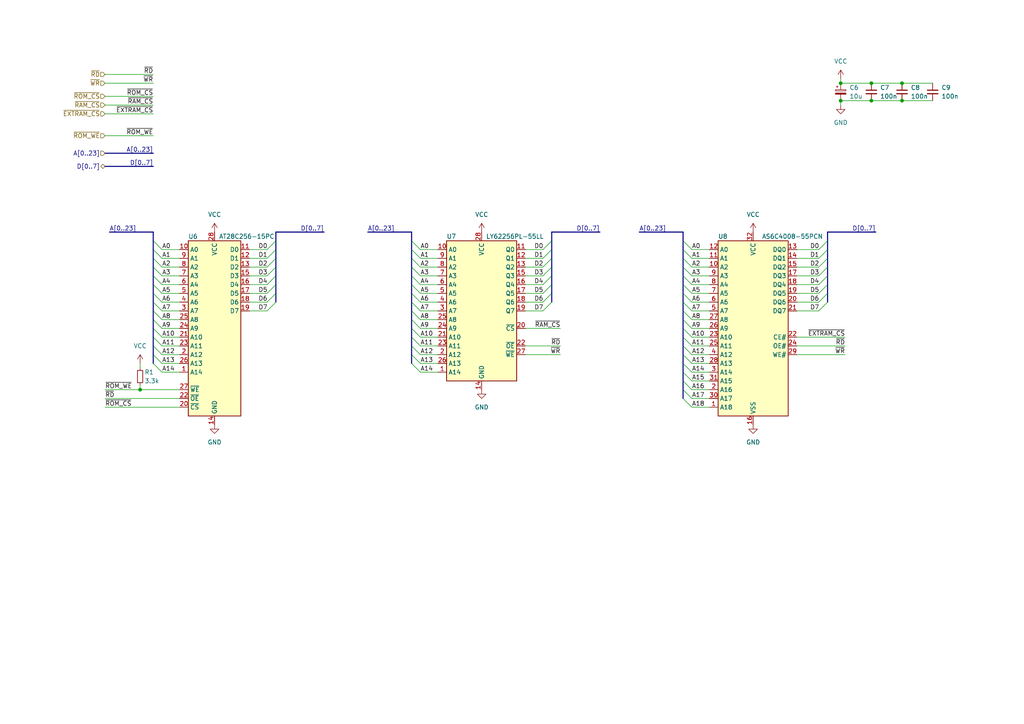
<source format=kicad_sch>
(kicad_sch (version 20211123) (generator eeschema)
  (paper "A4")
  (title_block (title "Memory Module") (date "2023-02-24") (rev "A.31") (comment 2 "https://github.com/adrienkohlbecker/65C816") (comment 3 "Licensed under CERN-OHL-W v2") (comment 4 "Copyright © 2022 Adrien Kohlbecker"))
  (lib_symbols
    (symbol "Device:C_Polarized_Small" (pin_numbers hide) (pin_names (offset 0.254) hide)
      (property "Reference" "C" (at 0.254 1.778 0))
      (property "Value" "C_Polarized_Small" (at 0.254 -2.032 0))
      (symbol "C_Polarized_Small_0_1"
        (rectangle (start -1.524 -0.3048) (end 1.524 -0.6858) (fill (type outline)))
        (rectangle (start -1.524 0.6858) (end 1.524 0.3048))
        (polyline (pts (xy -1.27 1.524) (xy -0.762 1.524)))
        (polyline (pts (xy -1.016 1.27) (xy -1.016 1.778)))
      )
      (symbol "C_Polarized_Small_1_1"
        (pin passive line (at 0 2.54 270) (length 1.8542) (name "~") (number "1"))
        (pin passive line (at 0 -2.54 90) (length 1.8542) (name "~") (number "2"))
      )
    )
    (symbol "Device:C_Small" (pin_numbers hide) (pin_names (offset 0.254) hide)
      (property "Reference" "C" (at 0.254 1.778 0))
      (property "Value" "C_Small" (at 0.254 -2.032 0))
      (symbol "C_Small_0_1"
        (polyline (pts (xy -1.524 -0.508) (xy 1.524 -0.508)) (stroke (width 0.3302)))
        (polyline (pts (xy -1.524 0.508) (xy 1.524 0.508)) (stroke (width 0.3048)))
      )
      (symbol "C_Small_1_1"
        (pin passive line (at 0 2.54 270) (length 2.032) (name "~") (number "1"))
        (pin passive line (at 0 -2.54 90) (length 2.032) (name "~") (number "2"))
      )
    )
    (symbol "Device:R_Small" (pin_numbers hide) (pin_names (offset 0.254) hide)
      (property "Reference" "R" (at 0.762 0.508 0))
      (property "Value" "R_Small" (at 0.762 -1.016 0))
      (symbol "R_Small_0_1"
        (rectangle (start -0.762 1.778) (end 0.762 -1.778) (stroke (width 0.2032)))
      )
      (symbol "R_Small_1_1"
        (pin passive line (at 0 2.54 270) (length 0.762) (name "~") (number "1"))
        (pin passive line (at 0 -2.54 90) (length 0.762) (name "~") (number "2"))
      )
    )
    (symbol "Memory_EEPROM:28C256"
      (property "Reference" "U" (at -7.62 26.67 0))
      (property "Value" "28C256" (at 2.54 -26.67 0))
      (symbol "28C256_1_1"
        (rectangle (start -7.62 25.4) (end 7.62 -25.4) (stroke (width 0.254)) (fill (type background)))
        (pin input line (at -10.16 -12.7 0) (length 2.54) (name "A14") (number "1"))
        (pin input line (at -10.16 22.86 0) (length 2.54) (name "A0") (number "10"))
        (pin tri_state line (at 10.16 22.86 180) (length 2.54) (name "D0") (number "11"))
        (pin tri_state line (at 10.16 20.32 180) (length 2.54) (name "D1") (number "12"))
        (pin tri_state line (at 10.16 17.78 180) (length 2.54) (name "D2") (number "13"))
        (pin power_in line (at 0 -27.94 90) (length 2.54) (name "GND") (number "14"))
        (pin tri_state line (at 10.16 15.24 180) (length 2.54) (name "D3") (number "15"))
        (pin tri_state line (at 10.16 12.7 180) (length 2.54) (name "D4") (number "16"))
        (pin tri_state line (at 10.16 10.16 180) (length 2.54) (name "D5") (number "17"))
        (pin tri_state line (at 10.16 7.62 180) (length 2.54) (name "D6") (number "18"))
        (pin tri_state line (at 10.16 5.08 180) (length 2.54) (name "D7") (number "19"))
        (pin input line (at -10.16 -7.62 0) (length 2.54) (name "A12") (number "2"))
        (pin input line (at -10.16 -22.86 0) (length 2.54) (name "~{CS}") (number "20"))
        (pin input line (at -10.16 -2.54 0) (length 2.54) (name "A10") (number "21"))
        (pin input line (at -10.16 -20.32 0) (length 2.54) (name "~{OE}") (number "22"))
        (pin input line (at -10.16 -5.08 0) (length 2.54) (name "A11") (number "23"))
        (pin input line (at -10.16 0 0) (length 2.54) (name "A9") (number "24"))
        (pin input line (at -10.16 2.54 0) (length 2.54) (name "A8") (number "25"))
        (pin input line (at -10.16 -10.16 0) (length 2.54) (name "A13") (number "26"))
        (pin input line (at -10.16 -17.78 0) (length 2.54) (name "~{WE}") (number "27"))
        (pin power_in line (at 0 27.94 270) (length 2.54) (name "VCC") (number "28"))
        (pin input line (at -10.16 5.08 0) (length 2.54) (name "A7") (number "3"))
        (pin input line (at -10.16 7.62 0) (length 2.54) (name "A6") (number "4"))
        (pin input line (at -10.16 10.16 0) (length 2.54) (name "A5") (number "5"))
        (pin input line (at -10.16 12.7 0) (length 2.54) (name "A4") (number "6"))
        (pin input line (at -10.16 15.24 0) (length 2.54) (name "A3") (number "7"))
        (pin input line (at -10.16 17.78 0) (length 2.54) (name "A2") (number "8"))
        (pin input line (at -10.16 20.32 0) (length 2.54) (name "A1") (number "9"))
      )
    )
    (symbol "Memory_RAM:AS6C4008-55PCN"
      (property "Reference" "U" (at -10.16 26.035 0))
      (property "Value" "AS6C4008-55PCN" (at 2.54 26.035 0))
      (symbol "AS6C4008-55PCN_0_0"
        (pin power_in line (at 0 -27.94 90) (length 2.54) (name "VSS") (number "16"))
        (pin power_in line (at 0 27.94 270) (length 2.54) (name "VCC") (number "32"))
      )
      (symbol "AS6C4008-55PCN_0_1"
        (rectangle (start -10.16 25.4) (end 10.16 -25.4) (stroke (width 0.254)) (fill (type background)))
      )
      (symbol "AS6C4008-55PCN_1_1"
        (pin input line (at -12.7 -22.86 0) (length 2.54) (name "A18") (number "1"))
        (pin input line (at -12.7 17.78 0) (length 2.54) (name "A2") (number "10"))
        (pin input line (at -12.7 20.32 0) (length 2.54) (name "A1") (number "11"))
        (pin input line (at -12.7 22.86 0) (length 2.54) (name "A0") (number "12"))
        (pin tri_state line (at 12.7 22.86 180) (length 2.54) (name "DQ0") (number "13"))
        (pin tri_state line (at 12.7 20.32 180) (length 2.54) (name "DQ1") (number "14"))
        (pin tri_state line (at 12.7 17.78 180) (length 2.54) (name "DQ2") (number "15"))
        (pin tri_state line (at 12.7 15.24 180) (length 2.54) (name "DQ3") (number "17"))
        (pin tri_state line (at 12.7 12.7 180) (length 2.54) (name "DQ4") (number "18"))
        (pin tri_state line (at 12.7 10.16 180) (length 2.54) (name "DQ5") (number "19"))
        (pin input line (at -12.7 -17.78 0) (length 2.54) (name "A16") (number "2"))
        (pin tri_state line (at 12.7 7.62 180) (length 2.54) (name "DQ6") (number "20"))
        (pin tri_state line (at 12.7 5.08 180) (length 2.54) (name "DQ7") (number "21"))
        (pin input line (at 12.7 -2.54 180) (length 2.54) (name "CE#") (number "22"))
        (pin input line (at -12.7 -2.54 0) (length 2.54) (name "A10") (number "23"))
        (pin input line (at 12.7 -5.08 180) (length 2.54) (name "OE#") (number "24"))
        (pin input line (at -12.7 -5.08 0) (length 2.54) (name "A11") (number "25"))
        (pin input line (at -12.7 0 0) (length 2.54) (name "A9") (number "26"))
        (pin input line (at -12.7 2.54 0) (length 2.54) (name "A8") (number "27"))
        (pin input line (at -12.7 -10.16 0) (length 2.54) (name "A13") (number "28"))
        (pin input line (at 12.7 -7.62 180) (length 2.54) (name "WE#") (number "29"))
        (pin input line (at -12.7 -12.7 0) (length 2.54) (name "A14") (number "3"))
        (pin input line (at -12.7 -20.32 0) (length 2.54) (name "A17") (number "30"))
        (pin input line (at -12.7 -15.24 0) (length 2.54) (name "A15") (number "31"))
        (pin input line (at -12.7 -7.62 0) (length 2.54) (name "A12") (number "4"))
        (pin input line (at -12.7 5.08 0) (length 2.54) (name "A7") (number "5"))
        (pin input line (at -12.7 7.62 0) (length 2.54) (name "A6") (number "6"))
        (pin input line (at -12.7 10.16 0) (length 2.54) (name "A5") (number "7"))
        (pin input line (at -12.7 12.7 0) (length 2.54) (name "A4") (number "8"))
        (pin input line (at -12.7 15.24 0) (length 2.54) (name "A3") (number "9"))
      )
    )
    (symbol "Memory_RAM:KM62256CLP"
      (property "Reference" "U" (at -10.16 20.955 0))
      (property "Value" "KM62256CLP" (at 2.54 20.955 0))
      (symbol "KM62256CLP_0_0"
        (pin power_in line (at 0 -22.86 90) (length 2.54) (name "GND") (number "14"))
        (pin power_in line (at 0 22.86 270) (length 2.54) (name "VCC") (number "28"))
      )
      (symbol "KM62256CLP_0_1"
        (rectangle (start -10.16 20.32) (end 10.16 -20.32) (stroke (width 0.254)) (fill (type background)))
      )
      (symbol "KM62256CLP_1_1"
        (pin input line (at -12.7 -17.78 0) (length 2.54) (name "A14") (number "1"))
        (pin input line (at -12.7 17.78 0) (length 2.54) (name "A0") (number "10"))
        (pin tri_state line (at 12.7 17.78 180) (length 2.54) (name "Q0") (number "11"))
        (pin tri_state line (at 12.7 15.24 180) (length 2.54) (name "Q1") (number "12"))
        (pin tri_state line (at 12.7 12.7 180) (length 2.54) (name "Q2") (number "13"))
        (pin tri_state line (at 12.7 10.16 180) (length 2.54) (name "Q3") (number "15"))
        (pin tri_state line (at 12.7 7.62 180) (length 2.54) (name "Q4") (number "16"))
        (pin tri_state line (at 12.7 5.08 180) (length 2.54) (name "Q5") (number "17"))
        (pin tri_state line (at 12.7 2.54 180) (length 2.54) (name "Q6") (number "18"))
        (pin tri_state line (at 12.7 0 180) (length 2.54) (name "Q7") (number "19"))
        (pin input line (at -12.7 -12.7 0) (length 2.54) (name "A12") (number "2"))
        (pin input line (at 12.7 -5.08 180) (length 2.54) (name "~{CS}") (number "20"))
        (pin input line (at -12.7 -7.62 0) (length 2.54) (name "A10") (number "21"))
        (pin input line (at 12.7 -10.16 180) (length 2.54) (name "~{OE}") (number "22"))
        (pin input line (at -12.7 -10.16 0) (length 2.54) (name "A11") (number "23"))
        (pin input line (at -12.7 -5.08 0) (length 2.54) (name "A9") (number "24"))
        (pin input line (at -12.7 -2.54 0) (length 2.54) (name "A8") (number "25"))
        (pin input line (at -12.7 -15.24 0) (length 2.54) (name "A13") (number "26"))
        (pin input line (at 12.7 -12.7 180) (length 2.54) (name "~{WE}") (number "27"))
        (pin input line (at -12.7 0 0) (length 2.54) (name "A7") (number "3"))
        (pin input line (at -12.7 2.54 0) (length 2.54) (name "A6") (number "4"))
        (pin input line (at -12.7 5.08 0) (length 2.54) (name "A5") (number "5"))
        (pin input line (at -12.7 7.62 0) (length 2.54) (name "A4") (number "6"))
        (pin input line (at -12.7 10.16 0) (length 2.54) (name "A3") (number "7"))
        (pin input line (at -12.7 12.7 0) (length 2.54) (name "A2") (number "8"))
        (pin input line (at -12.7 15.24 0) (length 2.54) (name "A1") (number "9"))
      )
    )
    (symbol "power:GND" (power) (pin_names (offset 0))
      (property "Value" "GND" (at 0 -3.81 0))
      (symbol "GND_0_1"
        (polyline (pts (xy 0 0) (xy 0 -1.27) (xy 1.27 -1.27) (xy 0 -2.54) (xy -1.27 -1.27) (xy 0 -1.27)))
      )
      (symbol "GND_1_1"
        (pin power_in line (at 0 0 270) (length 0) hide (name "GND") (number "1"))
      )
    )
    (symbol "power:VCC" (power) (pin_names (offset 0))
      (property "Value" "VCC" (at 0 3.81 0))
      (symbol "VCC_0_1"
        (polyline (pts (xy -0.762 1.27) (xy 0 2.54)))
        (polyline (pts (xy 0 0) (xy 0 2.54)))
        (polyline (pts (xy 0 2.54) (xy 0.762 1.27)))
      )
      (symbol "VCC_1_1"
        (pin power_in line (at 0 0 90) (length 0) hide (name "VCC") (number "1"))
      )
    )
  )
  (junction (at 40.64 113.03))
  (junction (at 261.62 24.13))
  (junction (at 243.84 29.21))
  (junction (at 243.84 24.13))
  (junction (at 252.73 24.13))
  (junction (at 261.62 29.21))
  (junction (at 252.73 29.21))
  (bus_entry (at 160.02 80.01) (size -2.54 2.54))
  (bus_entry (at 44.45 95.25) (size 2.54 2.54))
  (bus_entry (at 119.38 69.85) (size 2.54 2.54))
  (bus_entry (at 198.12 97.79) (size 2.54 2.54))
  (bus_entry (at 80.01 77.47) (size -2.54 2.54))
  (bus_entry (at 44.45 105.41) (size 2.54 2.54))
  (bus_entry (at 119.38 95.25) (size 2.54 2.54))
  (bus_entry (at 119.38 85.09) (size 2.54 2.54))
  (bus_entry (at 240.03 77.47) (size -2.54 2.54))
  (bus_entry (at 44.45 97.79) (size 2.54 2.54))
  (bus_entry (at 44.45 100.33) (size 2.54 2.54))
  (bus_entry (at 198.12 102.87) (size 2.54 2.54))
  (bus_entry (at 80.01 72.39) (size -2.54 2.54))
  (bus_entry (at 119.38 90.17) (size 2.54 2.54))
  (bus_entry (at 119.38 102.87) (size 2.54 2.54))
  (bus_entry (at 198.12 100.33) (size 2.54 2.54))
  (bus_entry (at 44.45 87.63) (size 2.54 2.54))
  (bus_entry (at 160.02 74.93) (size -2.54 2.54))
  (bus_entry (at 44.45 72.39) (size 2.54 2.54))
  (bus_entry (at 119.38 87.63) (size 2.54 2.54))
  (bus_entry (at 198.12 77.47) (size 2.54 2.54))
  (bus_entry (at 160.02 85.09) (size -2.54 2.54))
  (bus_entry (at 119.38 74.93) (size 2.54 2.54))
  (bus_entry (at 119.38 97.79) (size 2.54 2.54))
  (bus_entry (at 44.45 92.71) (size 2.54 2.54))
  (bus_entry (at 44.45 77.47) (size 2.54 2.54))
  (bus_entry (at 198.12 74.93) (size 2.54 2.54))
  (bus_entry (at 44.45 102.87) (size 2.54 2.54))
  (bus_entry (at 198.12 82.55) (size 2.54 2.54))
  (bus_entry (at 119.38 105.41) (size 2.54 2.54))
  (bus_entry (at 80.01 69.85) (size -2.54 2.54))
  (bus_entry (at 80.01 82.55) (size -2.54 2.54))
  (bus_entry (at 44.45 85.09) (size 2.54 2.54))
  (bus_entry (at 240.03 74.93) (size -2.54 2.54))
  (bus_entry (at 198.12 107.95) (size 2.54 2.54))
  (bus_entry (at 198.12 72.39) (size 2.54 2.54))
  (bus_entry (at 44.45 74.93) (size 2.54 2.54))
  (bus_entry (at 160.02 72.39) (size -2.54 2.54))
  (bus_entry (at 240.03 82.55) (size -2.54 2.54))
  (bus_entry (at 119.38 77.47) (size 2.54 2.54))
  (bus_entry (at 240.03 80.01) (size -2.54 2.54))
  (bus_entry (at 198.12 105.41) (size 2.54 2.54))
  (bus_entry (at 44.45 82.55) (size 2.54 2.54))
  (bus_entry (at 160.02 77.47) (size -2.54 2.54))
  (bus_entry (at 198.12 92.71) (size 2.54 2.54))
  (bus_entry (at 160.02 87.63) (size -2.54 2.54))
  (bus_entry (at 80.01 80.01) (size -2.54 2.54))
  (bus_entry (at 44.45 69.85) (size 2.54 2.54))
  (bus_entry (at 160.02 69.85) (size -2.54 2.54))
  (bus_entry (at 198.12 110.49) (size 2.54 2.54))
  (bus_entry (at 80.01 85.09) (size -2.54 2.54))
  (bus_entry (at 119.38 80.01) (size 2.54 2.54))
  (bus_entry (at 119.38 72.39) (size 2.54 2.54))
  (bus_entry (at 198.12 115.57) (size 2.54 2.54))
  (bus_entry (at 80.01 87.63) (size -2.54 2.54))
  (bus_entry (at 119.38 82.55) (size 2.54 2.54))
  (bus_entry (at 240.03 72.39) (size -2.54 2.54))
  (bus_entry (at 198.12 80.01) (size 2.54 2.54))
  (bus_entry (at 240.03 85.09) (size -2.54 2.54))
  (bus_entry (at 198.12 113.03) (size 2.54 2.54))
  (bus_entry (at 198.12 95.25) (size 2.54 2.54))
  (bus_entry (at 160.02 82.55) (size -2.54 2.54))
  (bus_entry (at 119.38 100.33) (size 2.54 2.54))
  (bus_entry (at 198.12 90.17) (size 2.54 2.54))
  (bus_entry (at 44.45 80.01) (size 2.54 2.54))
  (bus_entry (at 198.12 85.09) (size 2.54 2.54))
  (bus_entry (at 198.12 69.85) (size 2.54 2.54))
  (bus_entry (at 80.01 74.93) (size -2.54 2.54))
  (bus_entry (at 119.38 92.71) (size 2.54 2.54))
  (bus_entry (at 240.03 87.63) (size -2.54 2.54))
  (bus_entry (at 198.12 87.63) (size 2.54 2.54))
  (bus_entry (at 240.03 69.85) (size -2.54 2.54))
  (bus_entry (at 44.45 90.17) (size 2.54 2.54))
  (wire (pts (xy 152.4 100.33) (xy 162.56 100.33)))
  (wire (pts (xy 72.39 77.47) (xy 77.47 77.47)))
  (wire (pts (xy 46.99 92.71) (xy 52.07 92.71)))
  (bus (pts (xy 240.03 72.39) (xy 240.03 74.93)))
  (wire (pts (xy 200.66 87.63) (xy 205.74 87.63)))
  (wire (pts (xy 121.92 72.39) (xy 127 72.39)))
  (wire (pts (xy 231.14 97.79) (xy 245.11 97.79)))
  (bus (pts (xy 160.02 74.93) (xy 160.02 77.47)))
  (bus (pts (xy 198.12 107.95) (xy 198.12 110.49)))
  (wire (pts (xy 46.99 102.87) (xy 52.07 102.87)))
  (bus (pts (xy 240.03 74.93) (xy 240.03 77.47)))
  (wire (pts (xy 121.92 92.71) (xy 127 92.71)))
  (wire (pts (xy 30.48 30.48) (xy 44.45 30.48)))
  (bus (pts (xy 119.38 102.87) (xy 119.38 105.41)))
  (bus (pts (xy 44.45 67.31) (xy 44.45 69.85)))
  (bus (pts (xy 240.03 85.09) (xy 240.03 87.63)))
  (bus (pts (xy 198.12 102.87) (xy 198.12 105.41)))
  (wire (pts (xy 152.4 80.01) (xy 157.48 80.01)))
  (wire (pts (xy 200.66 90.17) (xy 205.74 90.17)))
  (bus (pts (xy 119.38 95.25) (xy 119.38 97.79)))
  (wire (pts (xy 200.66 72.39) (xy 205.74 72.39)))
  (bus (pts (xy 240.03 69.85) (xy 240.03 72.39)))
  (wire (pts (xy 231.14 87.63) (xy 237.49 87.63)))
  (wire (pts (xy 200.66 115.57) (xy 205.74 115.57)))
  (bus (pts (xy 80.01 80.01) (xy 80.01 82.55)))
  (bus (pts (xy 119.38 72.39) (xy 119.38 74.93)))
  (bus (pts (xy 80.01 67.31) (xy 80.01 69.85)))
  (wire (pts (xy 231.14 80.01) (xy 237.49 80.01)))
  (wire (pts (xy 30.48 118.11) (xy 52.07 118.11)))
  (bus (pts (xy 119.38 74.93) (xy 119.38 77.47)))
  (bus (pts (xy 44.45 92.71) (xy 44.45 95.25)))
  (bus (pts (xy 80.01 77.47) (xy 80.01 80.01)))
  (bus (pts (xy 185.42 67.31) (xy 198.12 67.31)))
  (bus (pts (xy 160.02 72.39) (xy 160.02 74.93)))
  (bus (pts (xy 160.02 80.01) (xy 160.02 82.55)))
  (bus (pts (xy 119.38 97.79) (xy 119.38 100.33)))
  (wire (pts (xy 200.66 107.95) (xy 205.74 107.95)))
  (bus (pts (xy 119.38 67.31) (xy 119.38 69.85)))
  (wire (pts (xy 152.4 77.47) (xy 157.48 77.47)))
  (bus (pts (xy 119.38 82.55) (xy 119.38 85.09)))
  (wire (pts (xy 72.39 90.17) (xy 77.47 90.17)))
  (wire (pts (xy 46.99 107.95) (xy 52.07 107.95)))
  (wire (pts (xy 46.99 95.25) (xy 52.07 95.25)))
  (wire (pts (xy 46.99 82.55) (xy 52.07 82.55)))
  (bus (pts (xy 119.38 90.17) (xy 119.38 92.71)))
  (bus (pts (xy 198.12 97.79) (xy 198.12 100.33)))
  (wire (pts (xy 243.84 29.21) (xy 252.73 29.21)))
  (wire (pts (xy 30.48 113.03) (xy 40.64 113.03)))
  (wire (pts (xy 231.14 85.09) (xy 237.49 85.09)))
  (wire (pts (xy 231.14 100.33) (xy 245.11 100.33)))
  (wire (pts (xy 46.99 105.41) (xy 52.07 105.41)))
  (bus (pts (xy 119.38 87.63) (xy 119.38 90.17)))
  (bus (pts (xy 44.45 80.01) (xy 44.45 82.55)))
  (wire (pts (xy 152.4 85.09) (xy 157.48 85.09)))
  (wire (pts (xy 152.4 95.25) (xy 162.56 95.25)))
  (bus (pts (xy 160.02 69.85) (xy 160.02 72.39)))
  (wire (pts (xy 252.73 29.21) (xy 261.62 29.21)))
  (bus (pts (xy 80.01 74.93) (xy 80.01 77.47)))
  (wire (pts (xy 46.99 85.09) (xy 52.07 85.09)))
  (bus (pts (xy 198.12 92.71) (xy 198.12 95.25)))
  (wire (pts (xy 30.48 21.59) (xy 44.45 21.59)))
  (wire (pts (xy 121.92 85.09) (xy 127 85.09)))
  (bus (pts (xy 240.03 82.55) (xy 240.03 85.09)))
  (bus (pts (xy 119.38 85.09) (xy 119.38 87.63)))
  (wire (pts (xy 30.48 39.37) (xy 44.45 39.37)))
  (wire (pts (xy 200.66 97.79) (xy 205.74 97.79)))
  (bus (pts (xy 198.12 105.41) (xy 198.12 107.95)))
  (wire (pts (xy 200.66 110.49) (xy 205.74 110.49)))
  (bus (pts (xy 30.48 48.26) (xy 44.45 48.26)))
  (wire (pts (xy 252.73 24.13) (xy 261.62 24.13)))
  (bus (pts (xy 44.45 87.63) (xy 44.45 90.17)))
  (wire (pts (xy 152.4 74.93) (xy 157.48 74.93)))
  (wire (pts (xy 121.92 87.63) (xy 127 87.63)))
  (wire (pts (xy 261.62 29.21) (xy 270.51 29.21)))
  (bus (pts (xy 119.38 77.47) (xy 119.38 80.01)))
  (wire (pts (xy 231.14 82.55) (xy 237.49 82.55)))
  (wire (pts (xy 121.92 90.17) (xy 127 90.17)))
  (wire (pts (xy 152.4 87.63) (xy 157.48 87.63)))
  (wire (pts (xy 231.14 77.47) (xy 237.49 77.47)))
  (wire (pts (xy 46.99 97.79) (xy 52.07 97.79)))
  (bus (pts (xy 44.45 97.79) (xy 44.45 100.33)))
  (wire (pts (xy 243.84 24.13) (xy 252.73 24.13)))
  (wire (pts (xy 72.39 72.39) (xy 77.47 72.39)))
  (bus (pts (xy 198.12 110.49) (xy 198.12 113.03)))
  (wire (pts (xy 243.84 22.86) (xy 243.84 24.13)))
  (wire (pts (xy 231.14 90.17) (xy 237.49 90.17)))
  (bus (pts (xy 198.12 77.47) (xy 198.12 80.01)))
  (bus (pts (xy 106.68 67.31) (xy 119.38 67.31)))
  (bus (pts (xy 240.03 80.01) (xy 240.03 82.55)))
  (wire (pts (xy 243.84 29.21) (xy 243.84 30.48)))
  (wire (pts (xy 121.92 74.93) (xy 127 74.93)))
  (bus (pts (xy 198.12 87.63) (xy 198.12 90.17)))
  (wire (pts (xy 121.92 95.25) (xy 127 95.25)))
  (bus (pts (xy 44.45 82.55) (xy 44.45 85.09)))
  (wire (pts (xy 200.66 82.55) (xy 205.74 82.55)))
  (bus (pts (xy 160.02 77.47) (xy 160.02 80.01)))
  (wire (pts (xy 200.66 80.01) (xy 205.74 80.01)))
  (wire (pts (xy 200.66 85.09) (xy 205.74 85.09)))
  (wire (pts (xy 46.99 100.33) (xy 52.07 100.33)))
  (wire (pts (xy 121.92 77.47) (xy 127 77.47)))
  (bus (pts (xy 198.12 82.55) (xy 198.12 85.09)))
  (bus (pts (xy 254 67.31) (xy 240.03 67.31)))
  (wire (pts (xy 200.66 100.33) (xy 205.74 100.33)))
  (bus (pts (xy 80.01 82.55) (xy 80.01 85.09)))
  (bus (pts (xy 119.38 100.33) (xy 119.38 102.87)))
  (wire (pts (xy 46.99 80.01) (xy 52.07 80.01)))
  (bus (pts (xy 198.12 72.39) (xy 198.12 74.93)))
  (bus (pts (xy 198.12 113.03) (xy 198.12 115.57)))
  (bus (pts (xy 198.12 100.33) (xy 198.12 102.87)))
  (bus (pts (xy 44.45 95.25) (xy 44.45 97.79)))
  (wire (pts (xy 152.4 72.39) (xy 157.48 72.39)))
  (bus (pts (xy 119.38 80.01) (xy 119.38 82.55)))
  (wire (pts (xy 121.92 102.87) (xy 127 102.87)))
  (bus (pts (xy 30.48 44.45) (xy 44.45 44.45)))
  (wire (pts (xy 46.99 87.63) (xy 52.07 87.63)))
  (wire (pts (xy 231.14 74.93) (xy 237.49 74.93)))
  (bus (pts (xy 44.45 69.85) (xy 44.45 72.39)))
  (wire (pts (xy 121.92 82.55) (xy 127 82.55)))
  (wire (pts (xy 30.48 33.02) (xy 44.45 33.02)))
  (bus (pts (xy 198.12 95.25) (xy 198.12 97.79)))
  (wire (pts (xy 200.66 92.71) (xy 205.74 92.71)))
  (bus (pts (xy 93.98 67.31) (xy 80.01 67.31)))
  (bus (pts (xy 198.12 85.09) (xy 198.12 87.63)))
  (bus (pts (xy 80.01 69.85) (xy 80.01 72.39)))
  (wire (pts (xy 200.66 77.47) (xy 205.74 77.47)))
  (wire (pts (xy 40.64 111.76) (xy 40.64 113.03)))
  (wire (pts (xy 121.92 100.33) (xy 127 100.33)))
  (wire (pts (xy 46.99 77.47) (xy 52.07 77.47)))
  (wire (pts (xy 46.99 72.39) (xy 52.07 72.39)))
  (wire (pts (xy 200.66 118.11) (xy 205.74 118.11)))
  (wire (pts (xy 30.48 24.13) (xy 44.45 24.13)))
  (wire (pts (xy 200.66 95.25) (xy 205.74 95.25)))
  (wire (pts (xy 121.92 80.01) (xy 127 80.01)))
  (bus (pts (xy 198.12 69.85) (xy 198.12 72.39)))
  (bus (pts (xy 119.38 92.71) (xy 119.38 95.25)))
  (bus (pts (xy 198.12 67.31) (xy 198.12 69.85)))
  (bus (pts (xy 44.45 90.17) (xy 44.45 92.71)))
  (bus (pts (xy 160.02 85.09) (xy 160.02 87.63)))
  (bus (pts (xy 160.02 67.31) (xy 160.02 69.85)))
  (bus (pts (xy 44.45 72.39) (xy 44.45 74.93)))
  (wire (pts (xy 40.64 113.03) (xy 52.07 113.03)))
  (bus (pts (xy 198.12 80.01) (xy 198.12 82.55)))
  (bus (pts (xy 119.38 69.85) (xy 119.38 72.39)))
  (bus (pts (xy 44.45 77.47) (xy 44.45 80.01)))
  (wire (pts (xy 121.92 97.79) (xy 127 97.79)))
  (wire (pts (xy 72.39 82.55) (xy 77.47 82.55)))
  (bus (pts (xy 198.12 74.93) (xy 198.12 77.47)))
  (bus (pts (xy 240.03 77.47) (xy 240.03 80.01)))
  (wire (pts (xy 72.39 74.93) (xy 77.47 74.93)))
  (bus (pts (xy 240.03 67.31) (xy 240.03 69.85)))
  (wire (pts (xy 200.66 105.41) (xy 205.74 105.41)))
  (wire (pts (xy 72.39 85.09) (xy 77.47 85.09)))
  (bus (pts (xy 160.02 82.55) (xy 160.02 85.09)))
  (wire (pts (xy 200.66 113.03) (xy 205.74 113.03)))
  (wire (pts (xy 121.92 107.95) (xy 127 107.95)))
  (bus (pts (xy 31.75 67.31) (xy 44.45 67.31)))
  (wire (pts (xy 200.66 74.93) (xy 205.74 74.93)))
  (wire (pts (xy 231.14 102.87) (xy 245.11 102.87)))
  (bus (pts (xy 80.01 72.39) (xy 80.01 74.93)))
  (wire (pts (xy 152.4 90.17) (xy 157.48 90.17)))
  (bus (pts (xy 80.01 85.09) (xy 80.01 87.63)))
  (wire (pts (xy 231.14 72.39) (xy 237.49 72.39)))
  (bus (pts (xy 44.45 74.93) (xy 44.45 77.47)))
  (wire (pts (xy 72.39 80.01) (xy 77.47 80.01)))
  (bus (pts (xy 44.45 100.33) (xy 44.45 102.87)))
  (wire (pts (xy 121.92 105.41) (xy 127 105.41)))
  (wire (pts (xy 200.66 102.87) (xy 205.74 102.87)))
  (wire (pts (xy 152.4 102.87) (xy 162.56 102.87)))
  (wire (pts (xy 152.4 82.55) (xy 157.48 82.55)))
  (bus (pts (xy 173.99 67.31) (xy 160.02 67.31)))
  (wire (pts (xy 72.39 87.63) (xy 77.47 87.63)))
  (bus (pts (xy 198.12 90.17) (xy 198.12 92.71)))
  (wire (pts (xy 30.48 27.94) (xy 44.45 27.94)))
  (wire (pts (xy 261.62 24.13) (xy 270.51 24.13)))
  (wire (pts (xy 30.48 115.57) (xy 52.07 115.57)))
  (wire (pts (xy 40.64 105.41) (xy 40.64 106.68)))
  (wire (pts (xy 46.99 90.17) (xy 52.07 90.17)))
  (wire (pts (xy 46.99 74.93) (xy 52.07 74.93)))
  (bus (pts (xy 44.45 102.87) (xy 44.45 105.41)))
  (bus (pts (xy 44.45 85.09) (xy 44.45 87.63)))
  (label "A5" (at 121.92 85.09 0))
  (label "D[0..7]" (at 173.99 67.31 180))
  (label "D6" (at 234.95 87.63 0))
  (label "D2" (at 154.94 77.47 0))
  (label "A6" (at 200.66 87.63 0))
  (label "~{WR}" (at 245.11 102.87 180))
  (label "D0" (at 154.94 72.39 0))
  (label "A18" (at 200.66 118.11 0))
  (label "~{WR}" (at 44.45 24.13 180))
  (label "~{RAM_CS}" (at 44.45 30.48 180))
  (label "~{WR}" (at 162.56 102.87 180))
  (label "A4" (at 46.99 82.55 0))
  (label "A2" (at 46.99 77.47 0))
  (label "A11" (at 121.92 100.33 0))
  (label "D1" (at 234.95 74.93 0))
  (label "A14" (at 46.99 107.95 0))
  (label "A4" (at 121.92 82.55 0))
  (label "D4" (at 234.95 82.55 0))
  (label "D0" (at 74.93 72.39 0))
  (label "D[0..7]" (at 44.45 48.26 180))
  (label "D7" (at 154.94 90.17 0))
  (label "A3" (at 200.66 80.01 0))
  (label "D6" (at 154.94 87.63 0))
  (label "A13" (at 121.92 105.41 0))
  (label "A6" (at 121.92 87.63 0))
  (label "A[0..23]" (at 44.45 44.45 180))
  (label "D4" (at 74.93 82.55 0))
  (label "A10" (at 121.92 97.79 0))
  (label "A15" (at 200.66 110.49 0))
  (label "A7" (at 46.99 90.17 0))
  (label "D2" (at 74.93 77.47 0))
  (label "D[0..7]" (at 93.98 67.31 180))
  (label "~{RAM_CS}" (at 162.56 95.25 180))
  (label "A1" (at 121.92 74.93 0))
  (label "D7" (at 74.93 90.17 0))
  (label "A13" (at 200.66 105.41 0))
  (label "~{ROM_CS}" (at 30.48 118.11 0))
  (label "A10" (at 46.99 97.79 0))
  (label "A[0..23]" (at 106.68 67.31 0))
  (label "D4" (at 154.94 82.55 0))
  (label "D3" (at 234.95 80.01 0))
  (label "A1" (at 46.99 74.93 0))
  (label "D5" (at 74.93 85.09 0))
  (label "A12" (at 121.92 102.87 0))
  (label "A9" (at 46.99 95.25 0))
  (label "~{RD}" (at 44.45 21.59 180))
  (label "A7" (at 200.66 90.17 0))
  (label "A10" (at 200.66 97.79 0))
  (label "A[0..23]" (at 31.75 67.31 0))
  (label "A8" (at 200.66 92.71 0))
  (label "~{ROM_WE}" (at 44.45 39.37 180))
  (label "~{RD}" (at 30.48 115.57 0))
  (label "A5" (at 46.99 85.09 0))
  (label "A14" (at 121.92 107.95 0))
  (label "A9" (at 200.66 95.25 0))
  (label "A8" (at 46.99 92.71 0))
  (label "A3" (at 121.92 80.01 0))
  (label "A17" (at 200.66 115.57 0))
  (label "D2" (at 234.95 77.47 0))
  (label "D1" (at 154.94 74.93 0))
  (label "D5" (at 234.95 85.09 0))
  (label "A3" (at 46.99 80.01 0))
  (label "A0" (at 121.92 72.39 0))
  (label "A16" (at 200.66 113.03 0))
  (label "A5" (at 200.66 85.09 0))
  (label "A[0..23]" (at 185.42 67.31 0))
  (label "D3" (at 74.93 80.01 0))
  (label "~{ROM_CS}" (at 44.45 27.94 180))
  (label "D1" (at 74.93 74.93 0))
  (label "A12" (at 46.99 102.87 0))
  (label "A14" (at 200.66 107.95 0))
  (label "D7" (at 234.95 90.17 0))
  (label "A8" (at 121.92 92.71 0))
  (label "A11" (at 46.99 100.33 0))
  (label "D5" (at 154.94 85.09 0))
  (label "~{EXTRAM_CS}" (at 44.45 33.02 180))
  (label "~{EXTRAM_CS}" (at 245.11 97.79 180))
  (label "D0" (at 234.95 72.39 0))
  (label "A2" (at 200.66 77.47 0))
  (label "D3" (at 154.94 80.01 0))
  (label "A0" (at 46.99 72.39 0))
  (label "A2" (at 121.92 77.47 0))
  (label "~{ROM_WE}" (at 30.48 113.03 0))
  (label "~{RD}" (at 245.11 100.33 180))
  (label "A12" (at 200.66 102.87 0))
  (label "D[0..7]" (at 254 67.31 180))
  (label "A11" (at 200.66 100.33 0))
  (label "A13" (at 46.99 105.41 0))
  (label "A7" (at 121.92 90.17 0))
  (label "A1" (at 200.66 74.93 0))
  (label "D6" (at 74.93 87.63 0))
  (label "A0" (at 200.66 72.39 0))
  (label "~{RD}" (at 162.56 100.33 180))
  (label "A4" (at 200.66 82.55 0))
  (label "A6" (at 46.99 87.63 0))
  (label "A9" (at 121.92 95.25 0))
  (hierarchical_label "~{RAM_CS}" (shape input) (at 30.48 30.48 180))
  (hierarchical_label "~{WR}" (shape input) (at 30.48 24.13 180))
  (hierarchical_label "~{ROM_WE}" (shape input) (at 30.48 39.37 180))
  (hierarchical_label "~{ROM_CS}" (shape input) (at 30.48 27.94 180))
  (hierarchical_label "~{EXTRAM_CS}" (shape input) (at 30.48 33.02 180))
  (hierarchical_label "A[0..23]" (shape input) (at 30.48 44.45 180))
  (hierarchical_label "~{RD}" (shape input) (at 30.48 21.59 180))
  (hierarchical_label "D[0..7]" (shape bidirectional) (at 30.48 48.26 180))
  (symbol (lib_id "power:GND") (at 218.44 123.19 0) (unit 1)
    (property "Reference" "#PWR018" (effects hide))
    (property "Value" "GND" (at 218.44 128.27 0))
  )
  (symbol (lib_id "Device:C_Small") (at 270.51 26.67 0) (unit 1)
    (property "Reference" "C9" (at 273.05 25.4062 0) (effects (justify left)))
    (property "Value" "100n" (at 273.05 27.9462 0) (effects (justify left)))
  )
  (symbol (lib_id "Device:R_Small") (at 40.64 109.22 0) (unit 1)
    (property "Reference" "R1" (at 41.91 107.95 0) (effects (justify left)))
    (property "Value" "3.3k" (at 41.91 110.49 0) (effects (justify left)))
  )
  (symbol (lib_id "Memory_RAM:AS6C4008-55PCN") (at 218.44 95.25 0) (unit 1)
    (property "Reference" "U8" (at 208.28 68.58 0) (effects (justify left)))
    (property "Value" "AS6C4008-55PCN" (at 220.98 68.58 0) (effects (justify left)))
    (property "Footprint" "Package_DIP:DIP-32_W15.24mm" (effects hide))
    (property "Datasheet" "https://www.alliancememory.com/wp-content/uploads/pdf/AS6C4008.pdf" (effects hide))
  )
  (symbol (lib_id "power:VCC") (at 62.23 67.31 0) (unit 1)
    (property "Reference" "#PWR013" (effects hide))
    (property "Value" "VCC" (at 62.23 62.23 0))
  )
  (symbol (lib_id "Memory_RAM:KM62256CLP") (at 139.7 90.17 0) (unit 1)
    (property "Reference" "U7" (at 129.54 68.58 0) (effects (justify left)))
    (property "Value" "LY62256PL-55LL" (at 140.97 68.58 0) (effects (justify left)))
    (property "Footprint" "Package_DIP:DIP-28_W15.24mm" (effects hide))
    (property "Datasheet" "http://www.farnell.com/datasheets/1674430.pdf" (effects hide))
  )
  (symbol (lib_id "Device:C_Small") (at 252.73 26.67 0) (unit 1)
    (property "Reference" "C7" (at 255.27 25.4062 0) (effects (justify left)))
    (property "Value" "100n" (at 255.27 27.9462 0) (effects (justify left)))
  )
  (symbol (lib_id "Memory_EEPROM:28C256") (at 62.23 95.25 0) (unit 1)
    (property "Reference" "U6" (at 54.61 68.58 0) (effects (justify left)))
    (property "Value" "AT28C256-15PC" (at 63.5 68.58 0) (effects (justify left)))
    (property "Datasheet" "http://ww1.microchip.com/downloads/en/DeviceDoc/doc0006.pdf" (effects hide))
  )
  (symbol (lib_id "power:VCC") (at 40.64 105.41 0) (unit 1)
    (property "Reference" "#PWR012" (effects hide))
    (property "Value" "VCC" (at 40.64 100.33 0))
  )
  (symbol (lib_id "power:GND") (at 139.7 113.03 0) (unit 1)
    (property "Reference" "#PWR016" (effects hide))
    (property "Value" "GND" (at 139.7 118.11 0))
  )
  (symbol (lib_id "power:VCC") (at 243.84 22.86 0) (unit 1)
    (property "Reference" "#PWR019" (effects hide))
    (property "Value" "VCC" (at 243.84 17.78 0))
  )
  (symbol (lib_id "Device:C_Small") (at 261.62 26.67 0) (unit 1)
    (property "Reference" "C8" (at 264.16 25.4062 0) (effects (justify left)))
    (property "Value" "100n" (at 264.16 27.9462 0) (effects (justify left)))
  )
  (symbol (lib_id "power:VCC") (at 218.44 67.31 0) (unit 1)
    (property "Reference" "#PWR017" (effects hide))
    (property "Value" "VCC" (at 218.44 62.23 0))
  )
  (symbol (lib_id "power:VCC") (at 139.7 67.31 0) (unit 1)
    (property "Reference" "#PWR015" (effects hide))
    (property "Value" "VCC" (at 139.7 62.23 0))
  )
  (symbol (lib_id "power:GND") (at 243.84 30.48 0) (unit 1)
    (property "Reference" "#PWR020" (effects hide))
    (property "Value" "GND" (at 243.84 35.56 0))
  )
  (symbol (lib_id "power:GND") (at 62.23 123.19 0) (unit 1)
    (property "Reference" "#PWR014" (effects hide))
    (property "Value" "GND" (at 62.23 128.27 0))
  )
  (symbol (lib_id "Device:C_Polarized_Small") (at 243.84 26.67 0) (unit 1)
    (property "Reference" "C6" (at 246.38 25.4 0) (effects (justify left)))
    (property "Value" "10u" (at 246.38 27.94 0) (effects (justify left)))
  )
)
</source>
